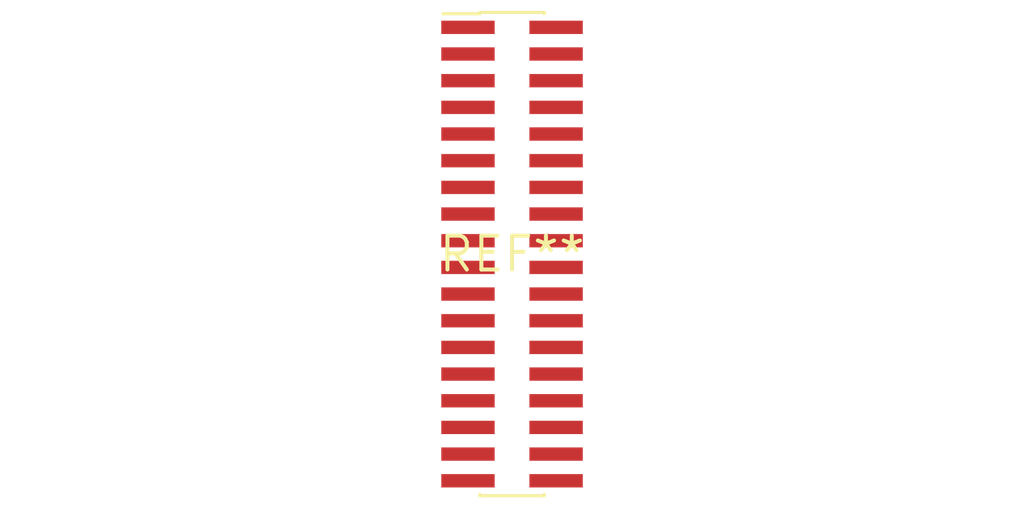
<source format=kicad_pcb>
(kicad_pcb (version 20240108) (generator pcbnew)
  (layers (0 "F.Cu" signal) (31 "B.Cu" signal) (34 "B.Paste" user) (35 "F.Paste" user) (36 "B.SilkS" user "B.Silkscreen") (37 "F.SilkS" user "F.Silkscreen") (38 "B.Mask" user) (39 "F.Mask" user) (44 "Edge.Cuts" user))
  (net 0 "")
  (footprint "PinHeader_2x18_P1.00mm_Vertical_SMD" (layer "F.Cu") (at 0 0)
    (property "Reference" "REF**")
    (property "Value" "PinHeader_2x18_P1.00mm_Vertical_SMD")
    (fp_line (start -2.59 -9.01) (end -1.21 -9.01) (layer "F.SilkS") (stroke (width 0.12)))
    (fp_line (start -1.21 -9.06) (end -1.21 -9.01) (layer "F.SilkS") (stroke (width 0.12)))
    (fp_line (start -1.21 -9.06) (end 1.21 -9.06) (layer "F.SilkS") (stroke (width 0.12)))
    (fp_line (start -1.21 9.01) (end -1.21 9.06) (layer "F.SilkS") (stroke (width 0.12)))
    (fp_line (start -1.21 9.06) (end 1.21 9.06) (layer "F.SilkS") (stroke (width 0.12)))
    (fp_line (start 1.21 -9.06) (end 1.21 -9.01) (layer "F.SilkS") (stroke (width 0.12)))
    (fp_line (start 1.21 9.01) (end 1.21 9.06) (layer "F.SilkS") (stroke (width 0.12)))
    (pad "1" smd rect (at -1.65 -8.5) (size 2 0.5) (layers "F.Cu" "F.Paste" "F.Mask"))
    (pad "2" smd rect (at 1.65 -8.5) (size 2 0.5) (layers "F.Cu" "F.Paste" "F.Mask"))
    (pad "3" smd rect (at -1.65 -7.5) (size 2 0.5) (layers "F.Cu" "F.Paste" "F.Mask"))
    (pad "4" smd rect (at 1.65 -7.5) (size 2 0.5) (layers "F.Cu" "F.Paste" "F.Mask"))
    (pad "5" smd rect (at -1.65 -6.5) (size 2 0.5) (layers "F.Cu" "F.Paste" "F.Mask"))
    (pad "6" smd rect (at 1.65 -6.5) (size 2 0.5) (layers "F.Cu" "F.Paste" "F.Mask"))
    (pad "7" smd rect (at -1.65 -5.5) (size 2 0.5) (layers "F.Cu" "F.Paste" "F.Mask"))
    (pad "8" smd rect (at 1.65 -5.5) (size 2 0.5) (layers "F.Cu" "F.Paste" "F.Mask"))
    (pad "9" smd rect (at -1.65 -4.5) (size 2 0.5) (layers "F.Cu" "F.Paste" "F.Mask"))
    (pad "10" smd rect (at 1.65 -4.5) (size 2 0.5) (layers "F.Cu" "F.Paste" "F.Mask"))
    (pad "11" smd rect (at -1.65 -3.5) (size 2 0.5) (layers "F.Cu" "F.Paste" "F.Mask"))
    (pad "12" smd rect (at 1.65 -3.5) (size 2 0.5) (layers "F.Cu" "F.Paste" "F.Mask"))
    (pad "13" smd rect (at -1.65 -2.5) (size 2 0.5) (layers "F.Cu" "F.Paste" "F.Mask"))
    (pad "14" smd rect (at 1.65 -2.5) (size 2 0.5) (layers "F.Cu" "F.Paste" "F.Mask"))
    (pad "15" smd rect (at -1.65 -1.5) (size 2 0.5) (layers "F.Cu" "F.Paste" "F.Mask"))
    (pad "16" smd rect (at 1.65 -1.5) (size 2 0.5) (layers "F.Cu" "F.Paste" "F.Mask"))
    (pad "17" smd rect (at -1.65 -0.5) (size 2 0.5) (layers "F.Cu" "F.Paste" "F.Mask"))
    (pad "18" smd rect (at 1.65 -0.5) (size 2 0.5) (layers "F.Cu" "F.Paste" "F.Mask"))
    (pad "19" smd rect (at -1.65 0.5) (size 2 0.5) (layers "F.Cu" "F.Paste" "F.Mask"))
    (pad "20" smd rect (at 1.65 0.5) (size 2 0.5) (layers "F.Cu" "F.Paste" "F.Mask"))
    (pad "21" smd rect (at -1.65 1.5) (size 2 0.5) (layers "F.Cu" "F.Paste" "F.Mask"))
    (pad "22" smd rect (at 1.65 1.5) (size 2 0.5) (layers "F.Cu" "F.Paste" "F.Mask"))
    (pad "23" smd rect (at -1.65 2.5) (size 2 0.5) (layers "F.Cu" "F.Paste" "F.Mask"))
    (pad "24" smd rect (at 1.65 2.5) (size 2 0.5) (layers "F.Cu" "F.Paste" "F.Mask"))
    (pad "25" smd rect (at -1.65 3.5) (size 2 0.5) (layers "F.Cu" "F.Paste" "F.Mask"))
    (pad "26" smd rect (at 1.65 3.5) (size 2 0.5) (layers "F.Cu" "F.Paste" "F.Mask"))
    (pad "27" smd rect (at -1.65 4.5) (size 2 0.5) (layers "F.Cu" "F.Paste" "F.Mask"))
    (pad "28" smd rect (at 1.65 4.5) (size 2 0.5) (layers "F.Cu" "F.Paste" "F.Mask"))
    (pad "29" smd rect (at -1.65 5.5) (size 2 0.5) (layers "F.Cu" "F.Paste" "F.Mask"))
    (pad "30" smd rect (at 1.65 5.5) (size 2 0.5) (layers "F.Cu" "F.Paste" "F.Mask"))
    (pad "31" smd rect (at -1.65 6.5) (size 2 0.5) (layers "F.Cu" "F.Paste" "F.Mask"))
    (pad "32" smd rect (at 1.65 6.5) (size 2 0.5) (layers "F.Cu" "F.Paste" "F.Mask"))
    (pad "33" smd rect (at -1.65 7.5) (size 2 0.5) (layers "F.Cu" "F.Paste" "F.Mask"))
    (pad "34" smd rect (at 1.65 7.5) (size 2 0.5) (layers "F.Cu" "F.Paste" "F.Mask"))
    (pad "35" smd rect (at -1.65 8.5) (size 2 0.5) (layers "F.Cu" "F.Paste" "F.Mask"))
    (pad "36" smd rect (at 1.65 8.5) (size 2 0.5) (layers "F.Cu" "F.Paste" "F.Mask"))
  )
)
</source>
